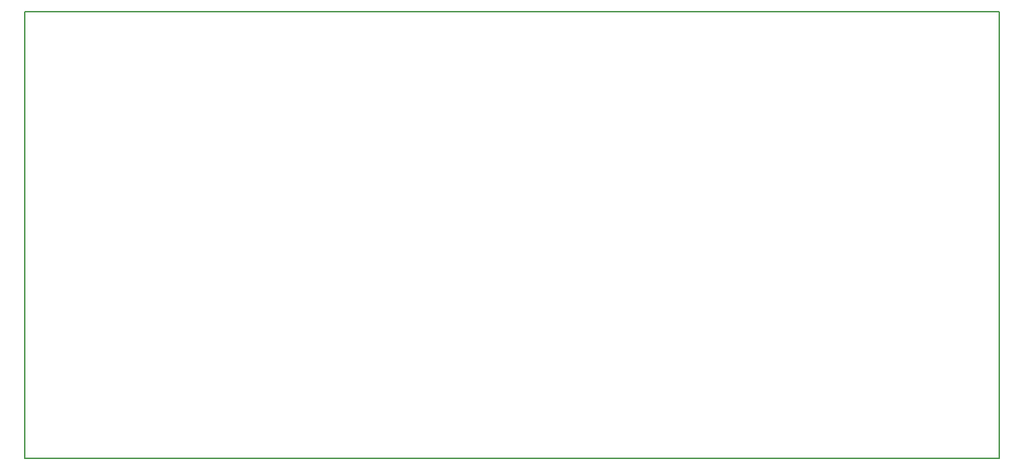
<source format=gbr>
G04 #@! TF.FileFunction,Profile,NP*
%FSLAX46Y46*%
G04 Gerber Fmt 4.6, Leading zero omitted, Abs format (unit mm)*
G04 Created by KiCad (PCBNEW 4.0.2+dfsg1-stable) date Die 18 Okt 2016 18:09:58 CEST*
%MOMM*%
G01*
G04 APERTURE LIST*
%ADD10C,0.100000*%
%ADD11C,0.150000*%
G04 APERTURE END LIST*
D10*
D11*
X50000000Y-105000000D02*
X50000000Y-50000000D01*
X170000000Y-105000000D02*
X50000000Y-105000000D01*
X170000000Y-50000000D02*
X170000000Y-105000000D01*
X50000000Y-50000000D02*
X170000000Y-50000000D01*
M02*

</source>
